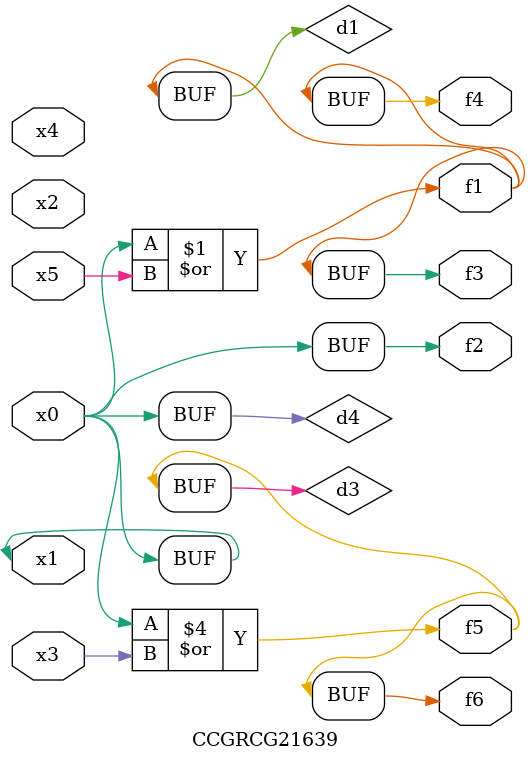
<source format=v>
module CCGRCG21639(
	input x0, x1, x2, x3, x4, x5,
	output f1, f2, f3, f4, f5, f6
);

	wire d1, d2, d3, d4;

	or (d1, x0, x5);
	xnor (d2, x1, x4);
	or (d3, x0, x3);
	buf (d4, x0, x1);
	assign f1 = d1;
	assign f2 = d4;
	assign f3 = d1;
	assign f4 = d1;
	assign f5 = d3;
	assign f6 = d3;
endmodule

</source>
